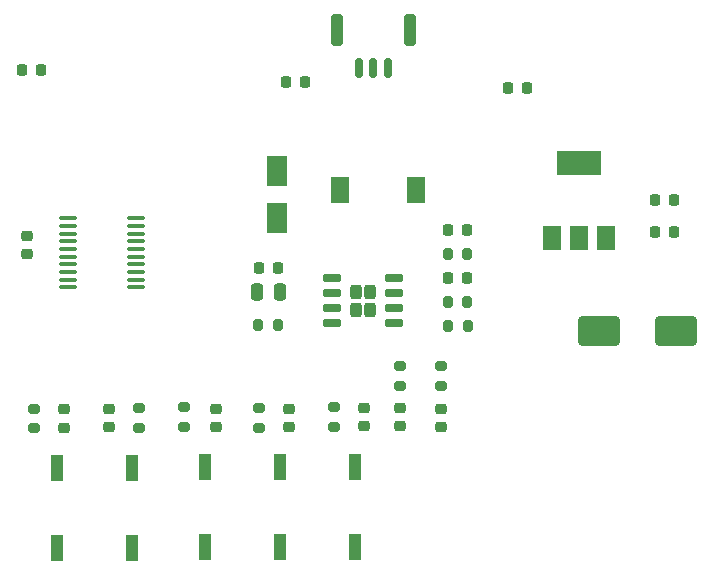
<source format=gbr>
%TF.GenerationSoftware,KiCad,Pcbnew,(6.0.6)*%
%TF.CreationDate,2022-10-01T00:42:19+08:00*%
%TF.ProjectId,Scratch_control,53637261-7463-4685-9f63-6f6e74726f6c,rev?*%
%TF.SameCoordinates,Original*%
%TF.FileFunction,Paste,Top*%
%TF.FilePolarity,Positive*%
%FSLAX46Y46*%
G04 Gerber Fmt 4.6, Leading zero omitted, Abs format (unit mm)*
G04 Created by KiCad (PCBNEW (6.0.6)) date 2022-10-01 00:42:19*
%MOMM*%
%LPD*%
G01*
G04 APERTURE LIST*
G04 Aperture macros list*
%AMRoundRect*
0 Rectangle with rounded corners*
0 $1 Rounding radius*
0 $2 $3 $4 $5 $6 $7 $8 $9 X,Y pos of 4 corners*
0 Add a 4 corners polygon primitive as box body*
4,1,4,$2,$3,$4,$5,$6,$7,$8,$9,$2,$3,0*
0 Add four circle primitives for the rounded corners*
1,1,$1+$1,$2,$3*
1,1,$1+$1,$4,$5*
1,1,$1+$1,$6,$7*
1,1,$1+$1,$8,$9*
0 Add four rect primitives between the rounded corners*
20,1,$1+$1,$2,$3,$4,$5,0*
20,1,$1+$1,$4,$5,$6,$7,0*
20,1,$1+$1,$6,$7,$8,$9,0*
20,1,$1+$1,$8,$9,$2,$3,0*%
G04 Aperture macros list end*
%ADD10RoundRect,0.225000X-0.225000X-0.250000X0.225000X-0.250000X0.225000X0.250000X-0.225000X0.250000X0*%
%ADD11RoundRect,0.250000X-0.250000X-0.475000X0.250000X-0.475000X0.250000X0.475000X-0.250000X0.475000X0*%
%ADD12R,1.120000X2.160000*%
%ADD13RoundRect,0.150000X0.150000X0.700000X-0.150000X0.700000X-0.150000X-0.700000X0.150000X-0.700000X0*%
%ADD14RoundRect,0.250000X0.250000X1.100000X-0.250000X1.100000X-0.250000X-1.100000X0.250000X-1.100000X0*%
%ADD15RoundRect,0.242500X-0.242500X-0.382500X0.242500X-0.382500X0.242500X0.382500X-0.242500X0.382500X0*%
%ADD16RoundRect,0.150000X-0.650000X-0.150000X0.650000X-0.150000X0.650000X0.150000X-0.650000X0.150000X0*%
%ADD17R,1.800000X2.500000*%
%ADD18RoundRect,0.225000X0.225000X0.250000X-0.225000X0.250000X-0.225000X-0.250000X0.225000X-0.250000X0*%
%ADD19R,1.500000X2.000000*%
%ADD20R,3.800000X2.000000*%
%ADD21RoundRect,0.200000X0.275000X-0.200000X0.275000X0.200000X-0.275000X0.200000X-0.275000X-0.200000X0*%
%ADD22R,1.500000X2.200000*%
%ADD23RoundRect,0.200000X-0.275000X0.200000X-0.275000X-0.200000X0.275000X-0.200000X0.275000X0.200000X0*%
%ADD24RoundRect,0.225000X-0.250000X0.225000X-0.250000X-0.225000X0.250000X-0.225000X0.250000X0.225000X0*%
%ADD25RoundRect,0.218750X-0.256250X0.218750X-0.256250X-0.218750X0.256250X-0.218750X0.256250X0.218750X0*%
%ADD26RoundRect,0.225000X0.250000X-0.225000X0.250000X0.225000X-0.250000X0.225000X-0.250000X-0.225000X0*%
%ADD27RoundRect,0.200000X0.200000X0.275000X-0.200000X0.275000X-0.200000X-0.275000X0.200000X-0.275000X0*%
%ADD28RoundRect,0.250000X-1.500000X-1.000000X1.500000X-1.000000X1.500000X1.000000X-1.500000X1.000000X0*%
%ADD29RoundRect,0.100000X-0.637500X-0.100000X0.637500X-0.100000X0.637500X0.100000X-0.637500X0.100000X0*%
%ADD30RoundRect,0.200000X-0.200000X-0.275000X0.200000X-0.275000X0.200000X0.275000X-0.200000X0.275000X0*%
G04 APERTURE END LIST*
D10*
%TO.C,C16*%
X170929000Y-100330000D03*
X172479000Y-100330000D03*
%TD*%
%TO.C,C15*%
X152133000Y-99822000D03*
X153683000Y-99822000D03*
%TD*%
%TO.C,C14*%
X129781000Y-98806000D03*
X131331000Y-98806000D03*
%TD*%
D11*
%TO.C,C1*%
X149672000Y-117602000D03*
X151572000Y-117602000D03*
%TD*%
D12*
%TO.C,RST1*%
X132715000Y-132525000D03*
X132715000Y-139255000D03*
%TD*%
D13*
%TO.C,J3*%
X160762000Y-98624000D03*
X159512000Y-98624000D03*
X158262000Y-98624000D03*
D14*
X156412000Y-95424000D03*
X162612000Y-95424000D03*
%TD*%
D15*
%TO.C,U2*%
X158023000Y-119139000D03*
X159223000Y-119139000D03*
X158023000Y-117589000D03*
X159223000Y-117589000D03*
D16*
X155973000Y-116459000D03*
X155973000Y-117729000D03*
X155973000Y-118999000D03*
X155973000Y-120269000D03*
X161273000Y-120269000D03*
X161273000Y-118999000D03*
X161273000Y-117729000D03*
X161273000Y-116459000D03*
%TD*%
D10*
%TO.C,C3*%
X165849000Y-112395000D03*
X167399000Y-112395000D03*
%TD*%
D17*
%TO.C,D3*%
X151384000Y-107347000D03*
X151384000Y-111347000D03*
%TD*%
D18*
%TO.C,C9*%
X184925000Y-109855000D03*
X183375000Y-109855000D03*
%TD*%
D19*
%TO.C,U1*%
X174611000Y-113005000D03*
D20*
X176911000Y-106705000D03*
D19*
X176911000Y-113005000D03*
X179211000Y-113005000D03*
%TD*%
D21*
%TO.C,R7*%
X143510000Y-129032000D03*
X143510000Y-127382000D03*
%TD*%
D22*
%TO.C,L1*%
X156693000Y-108966000D03*
X163093000Y-108966000D03*
%TD*%
D23*
%TO.C,R10*%
X130810000Y-127495800D03*
X130810000Y-129145800D03*
%TD*%
D12*
%TO.C,K2*%
X151638000Y-132474200D03*
X151638000Y-139204200D03*
%TD*%
D24*
%TO.C,C8*%
X146177000Y-127495000D03*
X146177000Y-129045000D03*
%TD*%
D12*
%TO.C,K4*%
X139065000Y-132525000D03*
X139065000Y-139255000D03*
%TD*%
D25*
%TO.C,D2*%
X161798000Y-127419500D03*
X161798000Y-128994500D03*
%TD*%
D23*
%TO.C,R1*%
X165227000Y-123889000D03*
X165227000Y-125539000D03*
%TD*%
D24*
%TO.C,C10*%
X133350000Y-127545800D03*
X133350000Y-129095800D03*
%TD*%
D26*
%TO.C,C12*%
X130175000Y-114440000D03*
X130175000Y-112890000D03*
%TD*%
D12*
%TO.C,K3*%
X145288000Y-132474200D03*
X145288000Y-139204200D03*
%TD*%
D24*
%TO.C,C6*%
X158750000Y-127432000D03*
X158750000Y-128982000D03*
%TD*%
D18*
%TO.C,C4*%
X151397000Y-115570000D03*
X149847000Y-115570000D03*
%TD*%
%TO.C,C5*%
X184925000Y-112522000D03*
X183375000Y-112522000D03*
%TD*%
D23*
%TO.C,R11*%
X139700000Y-127445000D03*
X139700000Y-129095000D03*
%TD*%
D25*
%TO.C,D1*%
X165227000Y-127482500D03*
X165227000Y-129057500D03*
%TD*%
D27*
%TO.C,R8*%
X167512000Y-120523000D03*
X165862000Y-120523000D03*
%TD*%
D12*
%TO.C,K1*%
X157988000Y-132474200D03*
X157988000Y-139204200D03*
%TD*%
D28*
%TO.C,C13*%
X178614000Y-120904000D03*
X185114000Y-120904000D03*
%TD*%
D29*
%TO.C,U3*%
X133662500Y-111375000D03*
X133662500Y-112025000D03*
X133662500Y-112675000D03*
X133662500Y-113325000D03*
X133662500Y-113975000D03*
X133662500Y-114625000D03*
X133662500Y-115275000D03*
X133662500Y-115925000D03*
X133662500Y-116575000D03*
X133662500Y-117225000D03*
X139387500Y-117225000D03*
X139387500Y-116575000D03*
X139387500Y-115925000D03*
X139387500Y-115275000D03*
X139387500Y-114625000D03*
X139387500Y-113975000D03*
X139387500Y-113325000D03*
X139387500Y-112675000D03*
X139387500Y-112025000D03*
X139387500Y-111375000D03*
%TD*%
D30*
%TO.C,R2*%
X165799000Y-114427000D03*
X167449000Y-114427000D03*
%TD*%
D21*
%TO.C,R5*%
X156210000Y-129032000D03*
X156210000Y-127382000D03*
%TD*%
D23*
%TO.C,R3*%
X161798000Y-123889000D03*
X161798000Y-125539000D03*
%TD*%
D26*
%TO.C,C11*%
X137160000Y-129045000D03*
X137160000Y-127495000D03*
%TD*%
D10*
%TO.C,C2*%
X165849000Y-116459000D03*
X167399000Y-116459000D03*
%TD*%
D24*
%TO.C,C7*%
X152400000Y-127495000D03*
X152400000Y-129045000D03*
%TD*%
D27*
%TO.C,R4*%
X151415000Y-120396000D03*
X149765000Y-120396000D03*
%TD*%
D30*
%TO.C,R9*%
X165799000Y-118491000D03*
X167449000Y-118491000D03*
%TD*%
D21*
%TO.C,R6*%
X149860000Y-129095000D03*
X149860000Y-127445000D03*
%TD*%
M02*

</source>
